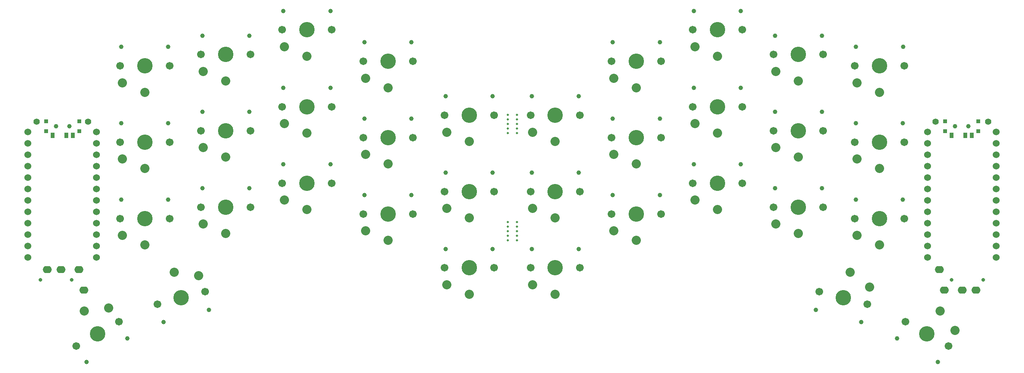
<source format=gbr>
%TF.GenerationSoftware,KiCad,Pcbnew,(6.0.2)*%
%TF.CreationDate,2022-03-10T12:39:36+08:00*%
%TF.ProjectId,sweepv2.1,73776565-7076-4322-9e31-2e6b69636164,rev?*%
%TF.SameCoordinates,Original*%
%TF.FileFunction,Soldermask,Bot*%
%TF.FilePolarity,Negative*%
%FSLAX46Y46*%
G04 Gerber Fmt 4.6, Leading zero omitted, Abs format (unit mm)*
G04 Created by KiCad (PCBNEW (6.0.2)) date 2022-03-10 12:39:36*
%MOMM*%
%LPD*%
G01*
G04 APERTURE LIST*
%ADD10C,1.524000*%
%ADD11C,0.800000*%
%ADD12O,2.000000X1.600000*%
%ADD13C,1.701800*%
%ADD14C,0.990600*%
%ADD15C,3.429000*%
%ADD16C,2.032000*%
%ADD17C,0.500000*%
%ADD18C,1.397000*%
%ADD19C,1.000000*%
%ADD20R,0.900000X0.900000*%
%ADD21R,0.900000X1.250000*%
G04 APERTURE END LIST*
D10*
%TO.C,U1*%
X237789400Y-53086000D03*
X237789400Y-55626000D03*
X237789400Y-58166000D03*
X237789400Y-60706000D03*
X237789400Y-63246000D03*
X237789400Y-65786000D03*
X237789400Y-68326000D03*
X237789400Y-70866000D03*
X237789400Y-73406000D03*
X237789400Y-75946000D03*
X237789400Y-78486000D03*
X237789400Y-81026000D03*
X222569400Y-81026000D03*
X222569400Y-78486000D03*
X222569400Y-75946000D03*
X222569400Y-73406000D03*
X222569400Y-70866000D03*
X222569400Y-68326000D03*
X222569400Y-65786000D03*
X222569400Y-63246000D03*
X222569400Y-60706000D03*
X222569400Y-58166000D03*
X222569400Y-55626000D03*
X222569400Y-53086000D03*
%TD*%
D11*
%TO.C,J2*%
X234874000Y-86052000D03*
X227874000Y-86052000D03*
D12*
X230274000Y-88352000D03*
X233274000Y-88352000D03*
X225174000Y-83752000D03*
X226274000Y-88352000D03*
%TD*%
D13*
%TO.C,SW16*%
X181356000Y-64516000D03*
D14*
X181076000Y-60316000D03*
X170636000Y-60316000D03*
D15*
X175856000Y-64516000D03*
D13*
X170356000Y-64516000D03*
D16*
X175856000Y-70416000D03*
X170856000Y-68316000D03*
%TD*%
D14*
%TO.C,SW20*%
X215765347Y-99109307D03*
X224806653Y-104329307D03*
D13*
X227149140Y-100832000D03*
X217622860Y-95332000D03*
D15*
X222386000Y-98082000D03*
D16*
X225336000Y-92972450D03*
X228616127Y-97291103D03*
%TD*%
D13*
%TO.C,SW15*%
X152356000Y-71374000D03*
D15*
X157856000Y-71374000D03*
D14*
X152636000Y-67174000D03*
D13*
X163356000Y-71374000D03*
D14*
X163076000Y-67174000D03*
D16*
X157856000Y-77274000D03*
X152856000Y-75174000D03*
%TD*%
D15*
%TO.C,SW21*%
X203826000Y-90082000D03*
D13*
X198513408Y-88658495D03*
D14*
X207781093Y-95489924D03*
X197696827Y-92787853D03*
D13*
X209138592Y-91505505D03*
D16*
X205353032Y-84383038D03*
X209639142Y-87705577D03*
%TD*%
D14*
%TO.C,SW17*%
X188636000Y-65650000D03*
D15*
X193856000Y-69850000D03*
D14*
X199076000Y-65650000D03*
D13*
X199356000Y-69850000D03*
X188356000Y-69850000D03*
D16*
X193856000Y-75750000D03*
X188856000Y-73650000D03*
%TD*%
D13*
%TO.C,SW18*%
X206336000Y-72390000D03*
D15*
X211836000Y-72390000D03*
D14*
X206616000Y-68190000D03*
D13*
X217336000Y-72390000D03*
D14*
X217056000Y-68190000D03*
D16*
X211836000Y-78290000D03*
X206836000Y-76190000D03*
%TD*%
D13*
%TO.C,SW4*%
X181356000Y-30382000D03*
D14*
X181076000Y-26182000D03*
D13*
X170356000Y-30382000D03*
D14*
X170636000Y-26182000D03*
D15*
X175856000Y-30382000D03*
D16*
X175856000Y-36282000D03*
X170856000Y-34182000D03*
%TD*%
D14*
%TO.C,SW3*%
X163076000Y-33182000D03*
D13*
X163356000Y-37382000D03*
D15*
X157856000Y-37382000D03*
D13*
X152356000Y-37382000D03*
D14*
X152636000Y-33182000D03*
D16*
X157856000Y-43282000D03*
X152856000Y-41182000D03*
%TD*%
D15*
%TO.C,SW9*%
X157856000Y-54356000D03*
D14*
X152636000Y-50156000D03*
X163076000Y-50156000D03*
D13*
X163356000Y-54356000D03*
X152356000Y-54356000D03*
D16*
X157856000Y-60256000D03*
X152856000Y-58156000D03*
%TD*%
D13*
%TO.C,SW14*%
X134356000Y-83382000D03*
X145356000Y-83382000D03*
D14*
X134636000Y-79182000D03*
D15*
X139856000Y-83382000D03*
D14*
X145076000Y-79182000D03*
D16*
X139856000Y-89282000D03*
X134856000Y-87182000D03*
%TD*%
D13*
%TO.C,SW12*%
X206336000Y-55372000D03*
D14*
X217056000Y-51172000D03*
X206616000Y-51172000D03*
D13*
X217336000Y-55372000D03*
D15*
X211836000Y-55372000D03*
D16*
X211836000Y-61272000D03*
X206836000Y-59172000D03*
%TD*%
D13*
%TO.C,SW11*%
X188356000Y-52832000D03*
X199356000Y-52832000D03*
D15*
X193856000Y-52832000D03*
D14*
X188636000Y-48632000D03*
X199076000Y-48632000D03*
D16*
X193856000Y-58732000D03*
X188856000Y-56632000D03*
%TD*%
D13*
%TO.C,SW8*%
X145356000Y-66382000D03*
D14*
X134636000Y-62182000D03*
D13*
X134356000Y-66382000D03*
D14*
X145076000Y-62182000D03*
D15*
X139856000Y-66382000D03*
D16*
X139856000Y-72282000D03*
X134856000Y-70182000D03*
%TD*%
D15*
%TO.C,SW6*%
X211856000Y-38382000D03*
D13*
X206356000Y-38382000D03*
D14*
X217076000Y-34182000D03*
X206636000Y-34182000D03*
D13*
X217356000Y-38382000D03*
D16*
X211856000Y-44282000D03*
X206856000Y-42182000D03*
%TD*%
D13*
%TO.C,SW5*%
X199356000Y-35882000D03*
D14*
X188636000Y-31682000D03*
D13*
X188356000Y-35882000D03*
D15*
X193856000Y-35882000D03*
D14*
X199076000Y-31682000D03*
D16*
X193856000Y-41782000D03*
X188856000Y-39682000D03*
%TD*%
D13*
%TO.C,SW2*%
X134356000Y-49382000D03*
D14*
X145076000Y-45182000D03*
D13*
X145356000Y-49382000D03*
D14*
X134636000Y-45182000D03*
D15*
X139856000Y-49382000D03*
D16*
X139856000Y-55282000D03*
X134856000Y-53182000D03*
%TD*%
D17*
%TO.C,mouse-bite-2mm-slot*%
X129286000Y-53340000D03*
X129286000Y-50292000D03*
X129286000Y-51308000D03*
X131318000Y-50292000D03*
X131318000Y-51308000D03*
X129286000Y-52324000D03*
X131318000Y-52324000D03*
X131318000Y-53340000D03*
X131318000Y-49276000D03*
X129286000Y-49276000D03*
%TD*%
%TO.C,mouse-bite-2mm-slot*%
X131318000Y-77216000D03*
X131318000Y-74168000D03*
X129286000Y-74168000D03*
X129286000Y-77216000D03*
X129286000Y-75184000D03*
X131318000Y-75184000D03*
X131318000Y-76200000D03*
X129286000Y-73152000D03*
X129286000Y-76200000D03*
X131318000Y-73152000D03*
%TD*%
D13*
%TO.C,SW10*%
X181356000Y-47498000D03*
D15*
X175856000Y-47498000D03*
D13*
X170356000Y-47498000D03*
D14*
X181076000Y-43298000D03*
X170636000Y-43298000D03*
D16*
X175856000Y-53398000D03*
X170856000Y-51298000D03*
%TD*%
D18*
%TO.C,Bat+r1*%
X235966000Y-50800000D03*
%TD*%
%TO.C,BatGND1*%
X224282000Y-50800000D03*
%TD*%
D10*
%TO.C,U2*%
X37937400Y-53086000D03*
X37937400Y-55626000D03*
X37937400Y-58166000D03*
X37937400Y-60706000D03*
X37937400Y-63246000D03*
X37937400Y-65786000D03*
X37937400Y-68326000D03*
X37937400Y-70866000D03*
X37937400Y-73406000D03*
X37937400Y-75946000D03*
X37937400Y-78486000D03*
X37937400Y-81026000D03*
X22717400Y-81026000D03*
X22717400Y-78486000D03*
X22717400Y-75946000D03*
X22717400Y-73406000D03*
X22717400Y-70866000D03*
X22717400Y-68326000D03*
X22717400Y-65786000D03*
X22717400Y-63246000D03*
X22717400Y-60706000D03*
X22717400Y-58166000D03*
X22717400Y-55626000D03*
X22717400Y-53086000D03*
%TD*%
D11*
%TO.C,J1*%
X32476000Y-86052000D03*
X25476000Y-86052000D03*
D12*
X30076000Y-83752000D03*
X27076000Y-83752000D03*
X35176000Y-88352000D03*
X34076000Y-83752000D03*
%TD*%
D15*
%TO.C,SW17_r1*%
X48686000Y-72390000D03*
D13*
X54186000Y-72390000D03*
D14*
X53906000Y-68190000D03*
D13*
X43186000Y-72390000D03*
D14*
X43466000Y-68190000D03*
D16*
X48686000Y-78290000D03*
X43686000Y-76190000D03*
%TD*%
D13*
%TO.C,SW11_r1*%
X61200000Y-52832000D03*
D14*
X61480000Y-48632000D03*
D15*
X66700000Y-52832000D03*
D14*
X71920000Y-48632000D03*
D13*
X72200000Y-52832000D03*
D16*
X66700000Y-58732000D03*
X61700000Y-56632000D03*
%TD*%
D15*
%TO.C,SW15_r1*%
X84688000Y-64516000D03*
D14*
X79468000Y-60316000D03*
X89908000Y-60316000D03*
D13*
X90188000Y-64516000D03*
X79188000Y-64516000D03*
D16*
X84688000Y-70416000D03*
X79688000Y-68316000D03*
%TD*%
D13*
%TO.C,SW18_r1*%
X108214000Y-71374000D03*
D14*
X97494000Y-67174000D03*
D13*
X97214000Y-71374000D03*
D15*
X102714000Y-71374000D03*
D14*
X107934000Y-67174000D03*
D16*
X102714000Y-77274000D03*
X97714000Y-75174000D03*
%TD*%
D15*
%TO.C,SW6_r1*%
X48686000Y-38382000D03*
D14*
X53906000Y-34182000D03*
D13*
X54186000Y-38382000D03*
D14*
X43466000Y-34182000D03*
D13*
X43186000Y-38382000D03*
D16*
X48686000Y-44282000D03*
X43686000Y-42182000D03*
%TD*%
D13*
%TO.C,SW5_r1*%
X72200000Y-35882000D03*
D14*
X61480000Y-31682000D03*
D15*
X66700000Y-35882000D03*
D14*
X71920000Y-31682000D03*
D13*
X61200000Y-35882000D03*
D16*
X66700000Y-41782000D03*
X61700000Y-39682000D03*
%TD*%
D13*
%TO.C,SW2_r1*%
X126232000Y-49382000D03*
D14*
X125952000Y-45182000D03*
D13*
X115232000Y-49382000D03*
D15*
X120732000Y-49382000D03*
D14*
X115512000Y-45182000D03*
D16*
X120732000Y-55282000D03*
X115732000Y-53182000D03*
%TD*%
D13*
%TO.C,SW16_r1*%
X72200000Y-69850000D03*
X61200000Y-69850000D03*
D15*
X66700000Y-69850000D03*
D14*
X61480000Y-65650000D03*
X71920000Y-65650000D03*
D16*
X66700000Y-75750000D03*
X61700000Y-73650000D03*
%TD*%
D13*
%TO.C,SW4_r1*%
X79188000Y-30382000D03*
D14*
X89908000Y-26182000D03*
D13*
X90188000Y-30382000D03*
D15*
X84688000Y-30382000D03*
D14*
X79468000Y-26182000D03*
D16*
X84688000Y-36282000D03*
X79688000Y-34182000D03*
%TD*%
D13*
%TO.C,SW13_r1*%
X115232000Y-83382000D03*
D14*
X125952000Y-79182000D03*
D15*
X120732000Y-83382000D03*
D14*
X115512000Y-79182000D03*
D13*
X126232000Y-83382000D03*
D16*
X120732000Y-89282000D03*
X115732000Y-87182000D03*
%TD*%
D13*
%TO.C,SW12_r1*%
X54186000Y-55372000D03*
D14*
X53906000Y-51172000D03*
D13*
X43186000Y-55372000D03*
D15*
X48686000Y-55372000D03*
D14*
X43466000Y-51172000D03*
D16*
X48686000Y-61272000D03*
X43686000Y-59172000D03*
%TD*%
D13*
%TO.C,SW3_r1*%
X97214000Y-37382000D03*
X108214000Y-37382000D03*
D14*
X107934000Y-33182000D03*
X97494000Y-33182000D03*
D15*
X102714000Y-37382000D03*
D16*
X102714000Y-43282000D03*
X97714000Y-41182000D03*
%TD*%
D14*
%TO.C,SW8_r1*%
X107934000Y-50156000D03*
D13*
X108214000Y-54356000D03*
D14*
X97494000Y-50156000D03*
D13*
X97214000Y-54356000D03*
D15*
X102714000Y-54356000D03*
D16*
X102714000Y-60256000D03*
X97714000Y-58156000D03*
%TD*%
D15*
%TO.C,SW21_r1*%
X56778000Y-90082000D03*
D14*
X62907173Y-92787853D03*
D13*
X51465408Y-91505505D03*
D14*
X52822907Y-95489924D03*
D13*
X62090592Y-88658495D03*
D16*
X55250968Y-84383038D03*
X60624117Y-85117387D03*
%TD*%
D13*
%TO.C,SW9_r1*%
X79188000Y-47498000D03*
D15*
X84688000Y-47498000D03*
D14*
X89908000Y-43298000D03*
X79468000Y-43298000D03*
D13*
X90188000Y-47498000D03*
D16*
X84688000Y-53398000D03*
X79688000Y-51298000D03*
%TD*%
D14*
%TO.C,SW20_r1*%
X44838653Y-99109307D03*
D13*
X42981140Y-95332000D03*
D14*
X35797347Y-104329307D03*
D15*
X38218000Y-98082000D03*
D13*
X33454860Y-100832000D03*
D16*
X35268000Y-92972450D03*
X40648127Y-92291103D03*
%TD*%
D14*
%TO.C,SW7_r1*%
X125952000Y-62182000D03*
D15*
X120732000Y-66382000D03*
D13*
X126232000Y-66382000D03*
X115232000Y-66382000D03*
D14*
X115512000Y-62182000D03*
D16*
X120732000Y-72282000D03*
X115732000Y-70182000D03*
%TD*%
D18*
%TO.C,BatGND4*%
X36068000Y-50800000D03*
%TD*%
%TO.C,Bat+1*%
X24638000Y-50800000D03*
%TD*%
D19*
%TO.C,SW_POWERR1*%
X231624000Y-51816000D03*
X228624000Y-51816000D03*
D20*
X233824000Y-52916000D03*
X226424000Y-52916000D03*
X226424000Y-50716000D03*
X233824000Y-50716000D03*
D21*
X227874000Y-53891000D03*
X230874000Y-53891000D03*
X232374000Y-53891000D03*
%TD*%
D19*
%TO.C,SW_POWER1*%
X28980000Y-51816000D03*
X31980000Y-51816000D03*
D20*
X26780000Y-52916000D03*
X26780000Y-50716000D03*
X34180000Y-50716000D03*
X34180000Y-52916000D03*
D21*
X28230000Y-53891000D03*
X31230000Y-53891000D03*
X32730000Y-53891000D03*
%TD*%
M02*

</source>
